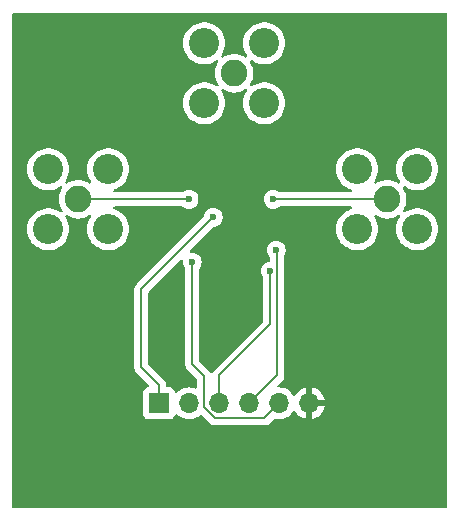
<source format=gbr>
%TF.GenerationSoftware,KiCad,Pcbnew,8.0.1*%
%TF.CreationDate,2024-03-25T18:19:42-05:00*%
%TF.ProjectId,TS3A5017-Mixer,54533341-3530-4313-972d-4d697865722e,rev?*%
%TF.SameCoordinates,Original*%
%TF.FileFunction,Copper,L2,Bot*%
%TF.FilePolarity,Positive*%
%FSLAX46Y46*%
G04 Gerber Fmt 4.6, Leading zero omitted, Abs format (unit mm)*
G04 Created by KiCad (PCBNEW 8.0.1) date 2024-03-25 18:19:42*
%MOMM*%
%LPD*%
G01*
G04 APERTURE LIST*
%TA.AperFunction,ComponentPad*%
%ADD10C,2.250000*%
%TD*%
%TA.AperFunction,ComponentPad*%
%ADD11C,2.550000*%
%TD*%
%TA.AperFunction,ComponentPad*%
%ADD12R,1.700000X1.700000*%
%TD*%
%TA.AperFunction,ComponentPad*%
%ADD13O,1.700000X1.700000*%
%TD*%
%TA.AperFunction,ViaPad*%
%ADD14C,0.600000*%
%TD*%
%TA.AperFunction,Conductor*%
%ADD15C,0.200000*%
%TD*%
G04 APERTURE END LIST*
D10*
%TO.P,J1,1,In*%
%TO.N,RF-In*%
X146558000Y-79248000D03*
D11*
%TO.P,J1,S1*%
%TO.N,N/C*%
X149098000Y-81788000D03*
%TO.P,J1,S2*%
X144018000Y-81788000D03*
%TO.P,J1,S3*%
X149098000Y-76708000D03*
%TO.P,J1,S4*%
X144018000Y-76708000D03*
%TD*%
D10*
%TO.P,J2,1,In*%
%TO.N,CLK0*%
X159512000Y-89916000D03*
D11*
%TO.P,J2,S1*%
%TO.N,N/C*%
X156972000Y-92456000D03*
%TO.P,J2,S2*%
X156972000Y-87376000D03*
%TO.P,J2,S3*%
X162052000Y-92456000D03*
%TO.P,J2,S4*%
X162052000Y-87376000D03*
%TD*%
D10*
%TO.P,J3,1,In*%
%TO.N,CLK1*%
X133350000Y-89916000D03*
D11*
%TO.P,J3,S1*%
%TO.N,N/C*%
X135890000Y-87376000D03*
%TO.P,J3,S2*%
X135890000Y-92456000D03*
%TO.P,J3,S3*%
X130810000Y-87376000D03*
%TO.P,J3,S4*%
X130810000Y-92456000D03*
%TD*%
D12*
%TO.P,J4,1,Pin_1*%
%TO.N,/3.3V*%
X140208000Y-107188000D03*
D13*
%TO.P,J4,2,Pin_2*%
%TO.N,Net-(J4-Pin_2)*%
X142748000Y-107188000D03*
%TO.P,J4,3,Pin_3*%
%TO.N,Net-(J4-Pin_3)*%
X145288000Y-107188000D03*
%TO.P,J4,4,Pin_4*%
%TO.N,Net-(J4-Pin_4)*%
X147828000Y-107188000D03*
%TO.P,J4,5,Pin_5*%
%TO.N,Net-(J4-Pin_5)*%
X150368000Y-107188000D03*
%TO.P,J4,6,Pin_6*%
%TO.N,GND*%
X152908000Y-107188000D03*
%TD*%
D14*
%TO.N,GND*%
X146812000Y-101346000D03*
X146812000Y-87884000D03*
%TO.N,/3.3V*%
X144780000Y-91440000D03*
%TO.N,Net-(J4-Pin_5)*%
X143002000Y-95250000D03*
%TO.N,Net-(J4-Pin_4)*%
X150114000Y-94234000D03*
%TO.N,Net-(J4-Pin_3)*%
X149606000Y-96012000D03*
%TO.N,GND*%
X152146000Y-102616000D03*
X144780000Y-102616000D03*
X141224000Y-102616000D03*
X148590000Y-91440000D03*
X147828000Y-84836000D03*
X143764000Y-89916000D03*
%TO.N,CLK1*%
X142748000Y-89916000D03*
%TO.N,CLK0*%
X149860000Y-89916000D03*
%TD*%
D15*
%TO.N,/3.3V*%
X144780000Y-91440000D02*
X138684000Y-97536000D01*
X138684000Y-97536000D02*
X138684000Y-104140000D01*
X138684000Y-104140000D02*
X140208000Y-105664000D01*
X140208000Y-105664000D02*
X140208000Y-107188000D01*
%TO.N,Net-(J4-Pin_5)*%
X150368000Y-107188000D02*
X149098000Y-108458000D01*
X144931654Y-108458000D02*
X144018000Y-107544346D01*
X149098000Y-108458000D02*
X144931654Y-108458000D01*
X144018000Y-107544346D02*
X144018000Y-104902000D01*
X143002000Y-103886000D02*
X143002000Y-95250000D01*
X144018000Y-104902000D02*
X143002000Y-103886000D01*
%TO.N,Net-(J4-Pin_4)*%
X147828000Y-107188000D02*
X150206000Y-104810000D01*
X150206000Y-94326000D02*
X150114000Y-94234000D01*
X150206000Y-104810000D02*
X150206000Y-94326000D01*
%TO.N,Net-(J4-Pin_3)*%
X145288000Y-107188000D02*
X145288000Y-104815471D01*
X145288000Y-104815471D02*
X149606000Y-100497471D01*
X149606000Y-100497471D02*
X149606000Y-96012000D01*
%TO.N,CLK1*%
X133350000Y-89916000D02*
X142748000Y-89916000D01*
%TO.N,CLK0*%
X149860000Y-89916000D02*
X159512000Y-89916000D01*
%TD*%
%TA.AperFunction,Conductor*%
%TO.N,GND*%
G36*
X142124768Y-95046980D02*
G01*
X142180701Y-95088852D01*
X142205118Y-95154316D01*
X142204654Y-95177045D01*
X142196435Y-95249995D01*
X142196435Y-95250003D01*
X142216630Y-95429249D01*
X142216631Y-95429254D01*
X142276211Y-95599523D01*
X142372185Y-95752263D01*
X142374445Y-95755097D01*
X142375334Y-95757275D01*
X142375889Y-95758158D01*
X142375734Y-95758255D01*
X142400855Y-95819783D01*
X142401500Y-95832412D01*
X142401500Y-103799330D01*
X142401499Y-103799348D01*
X142401499Y-103965054D01*
X142401498Y-103965054D01*
X142442423Y-104117785D01*
X142471358Y-104167900D01*
X142471359Y-104167904D01*
X142471360Y-104167904D01*
X142521479Y-104254714D01*
X142521481Y-104254717D01*
X142640349Y-104373585D01*
X142640355Y-104373590D01*
X143381181Y-105114416D01*
X143414666Y-105175739D01*
X143417500Y-105202097D01*
X143417500Y-105815439D01*
X143397815Y-105882478D01*
X143345011Y-105928233D01*
X143275853Y-105938177D01*
X143241097Y-105927822D01*
X143231790Y-105923482D01*
X143211663Y-105914097D01*
X143211659Y-105914096D01*
X143211655Y-105914094D01*
X142983413Y-105852938D01*
X142983403Y-105852936D01*
X142748001Y-105832341D01*
X142747999Y-105832341D01*
X142512596Y-105852936D01*
X142512586Y-105852938D01*
X142284344Y-105914094D01*
X142284335Y-105914098D01*
X142070171Y-106013964D01*
X142070169Y-106013965D01*
X141876600Y-106149503D01*
X141754673Y-106271430D01*
X141693350Y-106304914D01*
X141623658Y-106299930D01*
X141567725Y-106258058D01*
X141550810Y-106227081D01*
X141501797Y-106095671D01*
X141501793Y-106095664D01*
X141415547Y-105980455D01*
X141415544Y-105980452D01*
X141300335Y-105894206D01*
X141300328Y-105894202D01*
X141165482Y-105843908D01*
X141165483Y-105843908D01*
X141105883Y-105837501D01*
X141105881Y-105837500D01*
X141105873Y-105837500D01*
X141105865Y-105837500D01*
X140932500Y-105837500D01*
X140865461Y-105817815D01*
X140819706Y-105765011D01*
X140808500Y-105713500D01*
X140808500Y-105584945D01*
X140808500Y-105584943D01*
X140767577Y-105432216D01*
X140767573Y-105432209D01*
X140688524Y-105295290D01*
X140688521Y-105295286D01*
X140688520Y-105295284D01*
X140576716Y-105183480D01*
X140576715Y-105183479D01*
X140572385Y-105179149D01*
X140572374Y-105179139D01*
X139320819Y-103927584D01*
X139287334Y-103866261D01*
X139284500Y-103839903D01*
X139284500Y-97836096D01*
X139304185Y-97769057D01*
X139320814Y-97748420D01*
X141993754Y-95075480D01*
X142055076Y-95041996D01*
X142124768Y-95046980D01*
G37*
%TD.AperFunction*%
%TA.AperFunction,Conductor*%
G36*
X164542539Y-74180185D02*
G01*
X164588294Y-74232989D01*
X164599500Y-74284500D01*
X164599500Y-115961500D01*
X164579815Y-116028539D01*
X164527011Y-116074294D01*
X164475500Y-116085500D01*
X127878500Y-116085500D01*
X127811461Y-116065815D01*
X127765706Y-116013011D01*
X127754500Y-115961500D01*
X127754500Y-104219054D01*
X138083498Y-104219054D01*
X138083499Y-104219057D01*
X138123012Y-104366521D01*
X138124423Y-104371784D01*
X138124424Y-104371788D01*
X138153114Y-104421481D01*
X138153115Y-104421481D01*
X138203477Y-104508712D01*
X138203481Y-104508717D01*
X138322349Y-104627585D01*
X138322355Y-104627590D01*
X139327435Y-105632670D01*
X139360920Y-105693993D01*
X139355936Y-105763685D01*
X139314064Y-105819618D01*
X139257965Y-105841690D01*
X139258068Y-105842124D01*
X139255051Y-105842836D01*
X139253010Y-105843640D01*
X139250519Y-105843907D01*
X139115671Y-105894202D01*
X139115664Y-105894206D01*
X139000455Y-105980452D01*
X139000452Y-105980455D01*
X138914206Y-106095664D01*
X138914202Y-106095671D01*
X138863908Y-106230517D01*
X138857501Y-106290116D01*
X138857500Y-106290135D01*
X138857500Y-108085870D01*
X138857501Y-108085876D01*
X138863908Y-108145483D01*
X138914202Y-108280328D01*
X138914206Y-108280335D01*
X139000452Y-108395544D01*
X139000455Y-108395547D01*
X139115664Y-108481793D01*
X139115671Y-108481797D01*
X139250517Y-108532091D01*
X139250516Y-108532091D01*
X139257444Y-108532835D01*
X139310127Y-108538500D01*
X141105872Y-108538499D01*
X141165483Y-108532091D01*
X141300331Y-108481796D01*
X141415546Y-108395546D01*
X141501796Y-108280331D01*
X141550810Y-108148916D01*
X141592681Y-108092984D01*
X141658145Y-108068566D01*
X141726418Y-108083417D01*
X141754673Y-108104569D01*
X141876599Y-108226495D01*
X141973384Y-108294265D01*
X142070165Y-108362032D01*
X142070167Y-108362033D01*
X142070170Y-108362035D01*
X142284337Y-108461903D01*
X142512592Y-108523063D01*
X142689034Y-108538500D01*
X142747999Y-108543659D01*
X142748000Y-108543659D01*
X142748001Y-108543659D01*
X142806966Y-108538500D01*
X142983408Y-108523063D01*
X143211663Y-108461903D01*
X143425830Y-108362035D01*
X143619401Y-108226495D01*
X143647477Y-108198417D01*
X143708797Y-108164934D01*
X143778489Y-108169918D01*
X143822838Y-108198419D01*
X144446793Y-108822374D01*
X144446803Y-108822385D01*
X144451133Y-108826715D01*
X144451134Y-108826716D01*
X144562938Y-108938520D01*
X144649749Y-108988639D01*
X144649751Y-108988641D01*
X144687805Y-109010611D01*
X144699869Y-109017577D01*
X144852597Y-109058501D01*
X144852600Y-109058501D01*
X145018307Y-109058501D01*
X145018323Y-109058500D01*
X149011331Y-109058500D01*
X149011347Y-109058501D01*
X149018943Y-109058501D01*
X149177054Y-109058501D01*
X149177057Y-109058501D01*
X149329785Y-109017577D01*
X149379904Y-108988639D01*
X149466716Y-108938520D01*
X149578520Y-108826716D01*
X149578520Y-108826714D01*
X149588728Y-108816507D01*
X149588730Y-108816504D01*
X149884470Y-108520763D01*
X149945791Y-108487280D01*
X150004238Y-108488670D01*
X150132592Y-108523063D01*
X150309034Y-108538500D01*
X150367999Y-108543659D01*
X150368000Y-108543659D01*
X150368001Y-108543659D01*
X150426966Y-108538500D01*
X150603408Y-108523063D01*
X150831663Y-108461903D01*
X151045830Y-108362035D01*
X151239401Y-108226495D01*
X151406495Y-108059401D01*
X151536730Y-107873405D01*
X151591307Y-107829781D01*
X151660805Y-107822587D01*
X151723160Y-107854110D01*
X151739879Y-107873405D01*
X151869890Y-108059078D01*
X152036917Y-108226105D01*
X152230421Y-108361600D01*
X152444507Y-108461429D01*
X152444516Y-108461433D01*
X152658000Y-108518634D01*
X152658000Y-107621012D01*
X152715007Y-107653925D01*
X152842174Y-107688000D01*
X152973826Y-107688000D01*
X153100993Y-107653925D01*
X153158000Y-107621012D01*
X153158000Y-108518633D01*
X153371483Y-108461433D01*
X153371492Y-108461429D01*
X153585578Y-108361600D01*
X153779082Y-108226105D01*
X153946105Y-108059082D01*
X154081600Y-107865578D01*
X154181429Y-107651492D01*
X154181432Y-107651486D01*
X154238636Y-107438000D01*
X153341012Y-107438000D01*
X153373925Y-107380993D01*
X153408000Y-107253826D01*
X153408000Y-107122174D01*
X153373925Y-106995007D01*
X153341012Y-106938000D01*
X154238636Y-106938000D01*
X154238635Y-106937999D01*
X154181432Y-106724513D01*
X154181429Y-106724507D01*
X154081600Y-106510422D01*
X154081599Y-106510420D01*
X153946113Y-106316926D01*
X153946108Y-106316920D01*
X153779082Y-106149894D01*
X153585578Y-106014399D01*
X153371492Y-105914570D01*
X153371486Y-105914567D01*
X153158000Y-105857364D01*
X153158000Y-106754988D01*
X153100993Y-106722075D01*
X152973826Y-106688000D01*
X152842174Y-106688000D01*
X152715007Y-106722075D01*
X152658000Y-106754988D01*
X152658000Y-105857364D01*
X152657999Y-105857364D01*
X152444513Y-105914567D01*
X152444507Y-105914570D01*
X152230422Y-106014399D01*
X152230420Y-106014400D01*
X152036926Y-106149886D01*
X152036920Y-106149891D01*
X151869891Y-106316920D01*
X151869890Y-106316922D01*
X151739880Y-106502595D01*
X151685303Y-106546219D01*
X151615804Y-106553412D01*
X151553450Y-106521890D01*
X151536730Y-106502594D01*
X151406494Y-106316597D01*
X151239402Y-106149506D01*
X151239395Y-106149501D01*
X151045834Y-106013967D01*
X151045830Y-106013965D01*
X151037499Y-106010080D01*
X150831663Y-105914097D01*
X150831659Y-105914096D01*
X150831655Y-105914094D01*
X150603413Y-105852938D01*
X150603403Y-105852936D01*
X150368001Y-105832341D01*
X150367998Y-105832341D01*
X150340153Y-105834777D01*
X150271653Y-105821010D01*
X150221470Y-105772395D01*
X150205537Y-105704366D01*
X150228913Y-105638523D01*
X150241659Y-105623574D01*
X150574713Y-105290521D01*
X150574716Y-105290520D01*
X150686520Y-105178716D01*
X150736639Y-105091904D01*
X150765577Y-105041785D01*
X150806501Y-104889057D01*
X150806501Y-104730943D01*
X150806501Y-104723348D01*
X150806500Y-104723330D01*
X150806500Y-94672225D01*
X150825507Y-94606252D01*
X150839788Y-94583524D01*
X150839789Y-94583522D01*
X150899368Y-94413255D01*
X150916722Y-94259233D01*
X150919565Y-94234003D01*
X150919565Y-94233996D01*
X150899369Y-94054750D01*
X150899368Y-94054745D01*
X150839788Y-93884476D01*
X150743815Y-93731737D01*
X150616262Y-93604184D01*
X150463523Y-93508211D01*
X150293254Y-93448631D01*
X150293249Y-93448630D01*
X150114004Y-93428435D01*
X150113996Y-93428435D01*
X149934750Y-93448630D01*
X149934745Y-93448631D01*
X149764476Y-93508211D01*
X149611737Y-93604184D01*
X149484184Y-93731737D01*
X149388211Y-93884476D01*
X149328631Y-94054745D01*
X149328630Y-94054750D01*
X149308435Y-94233996D01*
X149308435Y-94234003D01*
X149328630Y-94413249D01*
X149328631Y-94413254D01*
X149388211Y-94583523D01*
X149484184Y-94736262D01*
X149569181Y-94821259D01*
X149602666Y-94882582D01*
X149605500Y-94908940D01*
X149605500Y-95095677D01*
X149585815Y-95162716D01*
X149533011Y-95208471D01*
X149495384Y-95218897D01*
X149426750Y-95226630D01*
X149256478Y-95286210D01*
X149103737Y-95382184D01*
X148976184Y-95509737D01*
X148880211Y-95662476D01*
X148820631Y-95832745D01*
X148820630Y-95832750D01*
X148800435Y-96011996D01*
X148800435Y-96012003D01*
X148820630Y-96191249D01*
X148820631Y-96191254D01*
X148880211Y-96361523D01*
X148976185Y-96514263D01*
X148978445Y-96517097D01*
X148979334Y-96519275D01*
X148979889Y-96520158D01*
X148979734Y-96520255D01*
X149004855Y-96581783D01*
X149005500Y-96594412D01*
X149005500Y-100197373D01*
X148985815Y-100264412D01*
X148969181Y-100285054D01*
X144807481Y-104446753D01*
X144807480Y-104446755D01*
X144771707Y-104508716D01*
X144758053Y-104532365D01*
X144735406Y-104571589D01*
X144684837Y-104619803D01*
X144616230Y-104633024D01*
X144551366Y-104607055D01*
X144520632Y-104571584D01*
X144498522Y-104533287D01*
X144498521Y-104533286D01*
X144498520Y-104533284D01*
X144386716Y-104421480D01*
X144386715Y-104421479D01*
X144382385Y-104417149D01*
X144382374Y-104417139D01*
X143638819Y-103673584D01*
X143605334Y-103612261D01*
X143602500Y-103585903D01*
X143602500Y-95832412D01*
X143622185Y-95765373D01*
X143629555Y-95755097D01*
X143631810Y-95752267D01*
X143631816Y-95752262D01*
X143727789Y-95599522D01*
X143787368Y-95429255D01*
X143807565Y-95250000D01*
X143807564Y-95249995D01*
X143787369Y-95070750D01*
X143787368Y-95070745D01*
X143727788Y-94900476D01*
X143631815Y-94747737D01*
X143504262Y-94620184D01*
X143351523Y-94524211D01*
X143181254Y-94464631D01*
X143181249Y-94464630D01*
X143002004Y-94444435D01*
X143001995Y-94444435D01*
X142929043Y-94452654D01*
X142860222Y-94440599D01*
X142808843Y-94393250D01*
X142791219Y-94325639D01*
X142812946Y-94259233D01*
X142827473Y-94241761D01*
X144798535Y-92270698D01*
X144859856Y-92237215D01*
X144872311Y-92235163D01*
X144959255Y-92225368D01*
X145129522Y-92165789D01*
X145282262Y-92069816D01*
X145409816Y-91942262D01*
X145505789Y-91789522D01*
X145565368Y-91619255D01*
X145573563Y-91546525D01*
X145585565Y-91440003D01*
X145585565Y-91439996D01*
X145565369Y-91260750D01*
X145565368Y-91260745D01*
X145505788Y-91090476D01*
X145409815Y-90937737D01*
X145282262Y-90810184D01*
X145129523Y-90714211D01*
X144959254Y-90654631D01*
X144959249Y-90654630D01*
X144780004Y-90634435D01*
X144779996Y-90634435D01*
X144600750Y-90654630D01*
X144600745Y-90654631D01*
X144430476Y-90714211D01*
X144277737Y-90810184D01*
X144150184Y-90937737D01*
X144054210Y-91090478D01*
X143994630Y-91260750D01*
X143984837Y-91347668D01*
X143957770Y-91412082D01*
X143949298Y-91421465D01*
X138315286Y-97055478D01*
X138203481Y-97167282D01*
X138203479Y-97167285D01*
X138153361Y-97254094D01*
X138153359Y-97254096D01*
X138124425Y-97304209D01*
X138124424Y-97304210D01*
X138124423Y-97304215D01*
X138083499Y-97456943D01*
X138083499Y-97456945D01*
X138083499Y-97625046D01*
X138083500Y-97625059D01*
X138083500Y-104053330D01*
X138083499Y-104053348D01*
X138083499Y-104219054D01*
X138083498Y-104219054D01*
X127754500Y-104219054D01*
X127754500Y-92456004D01*
X129029521Y-92456004D01*
X129049405Y-92721357D01*
X129049405Y-92721359D01*
X129049407Y-92721367D01*
X129108623Y-92980805D01*
X129205844Y-93228521D01*
X129338899Y-93458980D01*
X129378160Y-93508211D01*
X129504820Y-93667037D01*
X129574551Y-93731737D01*
X129699890Y-93848035D01*
X129919761Y-93997940D01*
X130159514Y-94113399D01*
X130159515Y-94113399D01*
X130159518Y-94113401D01*
X130413806Y-94191839D01*
X130413807Y-94191839D01*
X130413810Y-94191840D01*
X130676937Y-94231499D01*
X130676942Y-94231499D01*
X130676945Y-94231500D01*
X130676946Y-94231500D01*
X130943054Y-94231500D01*
X130943055Y-94231500D01*
X130943062Y-94231499D01*
X131206189Y-94191840D01*
X131206190Y-94191839D01*
X131206194Y-94191839D01*
X131460482Y-94113401D01*
X131700240Y-93997940D01*
X131920110Y-93848035D01*
X132115183Y-93667033D01*
X132281101Y-93458980D01*
X132414156Y-93228521D01*
X132511377Y-92980805D01*
X132570593Y-92721367D01*
X132590479Y-92456000D01*
X132570593Y-92190633D01*
X132511377Y-91931195D01*
X132414156Y-91683479D01*
X132281101Y-91453020D01*
X132275704Y-91446253D01*
X132249297Y-91381567D01*
X132262054Y-91312872D01*
X132309925Y-91261978D01*
X132377712Y-91245045D01*
X132437443Y-91263215D01*
X132609757Y-91368809D01*
X132609760Y-91368811D01*
X132813060Y-91453020D01*
X132846140Y-91466722D01*
X133094930Y-91526452D01*
X133350000Y-91546526D01*
X133605070Y-91526452D01*
X133853860Y-91466722D01*
X134037191Y-91390784D01*
X134090239Y-91368811D01*
X134090240Y-91368810D01*
X134090243Y-91368809D01*
X134262557Y-91263214D01*
X134330001Y-91244970D01*
X134396604Y-91266086D01*
X134441218Y-91319858D01*
X134449678Y-91389213D01*
X134424298Y-91446248D01*
X134418901Y-91453015D01*
X134418901Y-91453016D01*
X134285844Y-91683478D01*
X134188625Y-91931189D01*
X134188620Y-91931206D01*
X134129405Y-92190640D01*
X134129405Y-92190642D01*
X134109521Y-92455995D01*
X134109521Y-92456004D01*
X134129405Y-92721357D01*
X134129405Y-92721359D01*
X134129407Y-92721367D01*
X134188623Y-92980805D01*
X134285844Y-93228521D01*
X134418899Y-93458980D01*
X134458160Y-93508211D01*
X134584820Y-93667037D01*
X134654551Y-93731737D01*
X134779890Y-93848035D01*
X134999761Y-93997940D01*
X135239514Y-94113399D01*
X135239515Y-94113399D01*
X135239518Y-94113401D01*
X135493806Y-94191839D01*
X135493807Y-94191839D01*
X135493810Y-94191840D01*
X135756937Y-94231499D01*
X135756942Y-94231499D01*
X135756945Y-94231500D01*
X135756946Y-94231500D01*
X136023054Y-94231500D01*
X136023055Y-94231500D01*
X136023062Y-94231499D01*
X136286189Y-94191840D01*
X136286190Y-94191839D01*
X136286194Y-94191839D01*
X136540482Y-94113401D01*
X136780240Y-93997940D01*
X137000110Y-93848035D01*
X137195183Y-93667033D01*
X137361101Y-93458980D01*
X137494156Y-93228521D01*
X137591377Y-92980805D01*
X137650593Y-92721367D01*
X137670479Y-92456000D01*
X137650593Y-92190633D01*
X137591377Y-91931195D01*
X137494156Y-91683479D01*
X137361101Y-91453020D01*
X137195183Y-91244967D01*
X137195182Y-91244966D01*
X137195179Y-91244962D01*
X137000110Y-91063965D01*
X136917631Y-91007732D01*
X136780240Y-90914060D01*
X136780236Y-90914058D01*
X136780233Y-90914056D01*
X136780232Y-90914055D01*
X136540484Y-90798600D01*
X136540486Y-90798600D01*
X136481834Y-90780508D01*
X136412075Y-90758990D01*
X136353817Y-90720420D01*
X136325659Y-90656476D01*
X136336543Y-90587459D01*
X136383012Y-90535282D01*
X136448626Y-90516500D01*
X142165588Y-90516500D01*
X142232627Y-90536185D01*
X142242903Y-90543555D01*
X142245736Y-90545814D01*
X142245738Y-90545816D01*
X142398478Y-90641789D01*
X142509108Y-90680500D01*
X142568745Y-90701368D01*
X142568750Y-90701369D01*
X142747996Y-90721565D01*
X142748000Y-90721565D01*
X142748004Y-90721565D01*
X142927249Y-90701369D01*
X142927252Y-90701368D01*
X142927255Y-90701368D01*
X143097522Y-90641789D01*
X143250262Y-90545816D01*
X143377816Y-90418262D01*
X143473789Y-90265522D01*
X143533368Y-90095255D01*
X143553565Y-89916003D01*
X149054435Y-89916003D01*
X149074630Y-90095249D01*
X149074631Y-90095254D01*
X149134211Y-90265523D01*
X149230184Y-90418262D01*
X149357738Y-90545816D01*
X149510478Y-90641789D01*
X149621108Y-90680500D01*
X149680745Y-90701368D01*
X149680750Y-90701369D01*
X149859996Y-90721565D01*
X149860000Y-90721565D01*
X149860004Y-90721565D01*
X150039249Y-90701369D01*
X150039252Y-90701368D01*
X150039255Y-90701368D01*
X150209522Y-90641789D01*
X150362262Y-90545816D01*
X150362267Y-90545810D01*
X150365097Y-90543555D01*
X150367275Y-90542665D01*
X150368158Y-90542111D01*
X150368255Y-90542265D01*
X150429783Y-90517145D01*
X150442412Y-90516500D01*
X156413374Y-90516500D01*
X156480413Y-90536185D01*
X156526168Y-90588989D01*
X156536112Y-90658147D01*
X156507087Y-90721703D01*
X156449924Y-90758990D01*
X156380165Y-90780508D01*
X156321514Y-90798600D01*
X156081769Y-90914055D01*
X156081760Y-90914060D01*
X155861892Y-91063963D01*
X155666820Y-91244962D01*
X155500899Y-91453020D01*
X155367844Y-91683478D01*
X155270625Y-91931189D01*
X155270620Y-91931206D01*
X155211405Y-92190640D01*
X155211405Y-92190642D01*
X155191521Y-92455995D01*
X155191521Y-92456004D01*
X155211405Y-92721357D01*
X155211405Y-92721359D01*
X155211407Y-92721367D01*
X155270623Y-92980805D01*
X155367844Y-93228521D01*
X155500899Y-93458980D01*
X155540160Y-93508211D01*
X155666820Y-93667037D01*
X155736551Y-93731737D01*
X155861890Y-93848035D01*
X156081761Y-93997940D01*
X156321514Y-94113399D01*
X156321515Y-94113399D01*
X156321518Y-94113401D01*
X156575806Y-94191839D01*
X156575807Y-94191839D01*
X156575810Y-94191840D01*
X156838937Y-94231499D01*
X156838942Y-94231499D01*
X156838945Y-94231500D01*
X156838946Y-94231500D01*
X157105054Y-94231500D01*
X157105055Y-94231500D01*
X157105062Y-94231499D01*
X157368189Y-94191840D01*
X157368190Y-94191839D01*
X157368194Y-94191839D01*
X157622482Y-94113401D01*
X157862240Y-93997940D01*
X158082110Y-93848035D01*
X158277183Y-93667033D01*
X158443101Y-93458980D01*
X158576156Y-93228521D01*
X158673377Y-92980805D01*
X158732593Y-92721367D01*
X158752479Y-92456000D01*
X158732593Y-92190633D01*
X158673377Y-91931195D01*
X158576156Y-91683479D01*
X158443101Y-91453020D01*
X158437704Y-91446253D01*
X158411297Y-91381567D01*
X158424054Y-91312872D01*
X158471925Y-91261978D01*
X158539712Y-91245045D01*
X158599443Y-91263215D01*
X158771757Y-91368809D01*
X158771760Y-91368811D01*
X158975060Y-91453020D01*
X159008140Y-91466722D01*
X159256930Y-91526452D01*
X159512000Y-91546526D01*
X159767070Y-91526452D01*
X160015860Y-91466722D01*
X160199191Y-91390784D01*
X160252239Y-91368811D01*
X160252240Y-91368810D01*
X160252243Y-91368809D01*
X160424557Y-91263214D01*
X160492001Y-91244970D01*
X160558604Y-91266086D01*
X160603218Y-91319858D01*
X160611678Y-91389213D01*
X160586298Y-91446248D01*
X160580901Y-91453015D01*
X160580901Y-91453016D01*
X160447844Y-91683478D01*
X160350625Y-91931189D01*
X160350620Y-91931206D01*
X160291405Y-92190640D01*
X160291405Y-92190642D01*
X160271521Y-92455995D01*
X160271521Y-92456004D01*
X160291405Y-92721357D01*
X160291405Y-92721359D01*
X160291407Y-92721367D01*
X160350623Y-92980805D01*
X160447844Y-93228521D01*
X160580899Y-93458980D01*
X160620160Y-93508211D01*
X160746820Y-93667037D01*
X160816551Y-93731737D01*
X160941890Y-93848035D01*
X161161761Y-93997940D01*
X161401514Y-94113399D01*
X161401515Y-94113399D01*
X161401518Y-94113401D01*
X161655806Y-94191839D01*
X161655807Y-94191839D01*
X161655810Y-94191840D01*
X161918937Y-94231499D01*
X161918942Y-94231499D01*
X161918945Y-94231500D01*
X161918946Y-94231500D01*
X162185054Y-94231500D01*
X162185055Y-94231500D01*
X162185062Y-94231499D01*
X162448189Y-94191840D01*
X162448190Y-94191839D01*
X162448194Y-94191839D01*
X162702482Y-94113401D01*
X162942240Y-93997940D01*
X163162110Y-93848035D01*
X163357183Y-93667033D01*
X163523101Y-93458980D01*
X163656156Y-93228521D01*
X163753377Y-92980805D01*
X163812593Y-92721367D01*
X163832479Y-92456000D01*
X163812593Y-92190633D01*
X163753377Y-91931195D01*
X163656156Y-91683479D01*
X163523101Y-91453020D01*
X163357183Y-91244967D01*
X163357182Y-91244966D01*
X163357179Y-91244962D01*
X163162110Y-91063965D01*
X163079631Y-91007732D01*
X162942240Y-90914060D01*
X162942236Y-90914058D01*
X162942233Y-90914056D01*
X162942232Y-90914055D01*
X162702484Y-90798600D01*
X162702486Y-90798600D01*
X162448195Y-90720161D01*
X162448189Y-90720159D01*
X162185062Y-90680500D01*
X162185055Y-90680500D01*
X161918945Y-90680500D01*
X161918937Y-90680500D01*
X161655810Y-90720159D01*
X161655804Y-90720161D01*
X161401514Y-90798600D01*
X161161769Y-90914055D01*
X161161760Y-90914060D01*
X161029716Y-91004086D01*
X160963237Y-91025586D01*
X160895687Y-91007732D01*
X160848513Y-90956191D01*
X160836693Y-90887329D01*
X160854138Y-90836842D01*
X160924695Y-90721703D01*
X160964809Y-90656243D01*
X160965477Y-90654632D01*
X161062720Y-90419864D01*
X161062722Y-90419860D01*
X161122452Y-90171070D01*
X161142526Y-89916000D01*
X161122452Y-89660930D01*
X161062722Y-89412140D01*
X161062720Y-89412135D01*
X160964811Y-89175760D01*
X160964809Y-89175757D01*
X160854138Y-88995157D01*
X160835893Y-88927711D01*
X160857009Y-88861108D01*
X160910781Y-88816495D01*
X160980137Y-88808035D01*
X161029712Y-88827911D01*
X161161761Y-88917940D01*
X161161766Y-88917942D01*
X161161767Y-88917943D01*
X161161769Y-88917944D01*
X161212060Y-88942162D01*
X161401514Y-89033399D01*
X161401515Y-89033399D01*
X161401518Y-89033401D01*
X161655806Y-89111839D01*
X161655807Y-89111839D01*
X161655810Y-89111840D01*
X161918937Y-89151499D01*
X161918942Y-89151499D01*
X161918945Y-89151500D01*
X161918946Y-89151500D01*
X162185054Y-89151500D01*
X162185055Y-89151500D01*
X162185062Y-89151499D01*
X162448189Y-89111840D01*
X162448190Y-89111839D01*
X162448194Y-89111839D01*
X162702482Y-89033401D01*
X162942240Y-88917940D01*
X163162110Y-88768035D01*
X163357183Y-88587033D01*
X163523101Y-88378980D01*
X163656156Y-88148521D01*
X163753377Y-87900805D01*
X163812593Y-87641367D01*
X163832479Y-87376000D01*
X163812593Y-87110633D01*
X163753377Y-86851195D01*
X163656156Y-86603479D01*
X163523101Y-86373020D01*
X163357183Y-86164967D01*
X163357182Y-86164966D01*
X163357179Y-86164962D01*
X163162110Y-85983965D01*
X163162107Y-85983963D01*
X162942240Y-85834060D01*
X162942236Y-85834058D01*
X162942233Y-85834056D01*
X162942232Y-85834055D01*
X162702484Y-85718600D01*
X162702486Y-85718600D01*
X162448195Y-85640161D01*
X162448189Y-85640159D01*
X162185062Y-85600500D01*
X162185055Y-85600500D01*
X161918945Y-85600500D01*
X161918937Y-85600500D01*
X161655810Y-85640159D01*
X161655804Y-85640161D01*
X161401514Y-85718600D01*
X161161769Y-85834055D01*
X161161760Y-85834060D01*
X160941892Y-85983963D01*
X160746820Y-86164962D01*
X160580899Y-86373020D01*
X160447844Y-86603478D01*
X160350625Y-86851189D01*
X160350620Y-86851206D01*
X160291405Y-87110640D01*
X160291405Y-87110642D01*
X160271521Y-87375995D01*
X160271521Y-87376004D01*
X160291405Y-87641357D01*
X160291405Y-87641359D01*
X160291407Y-87641367D01*
X160350623Y-87900805D01*
X160447844Y-88148521D01*
X160580899Y-88378980D01*
X160580900Y-88378981D01*
X160586295Y-88385746D01*
X160612702Y-88450433D01*
X160599944Y-88519129D01*
X160552073Y-88570021D01*
X160484286Y-88586954D01*
X160424556Y-88568784D01*
X160252242Y-88463190D01*
X160252239Y-88463188D01*
X160015864Y-88365279D01*
X160015860Y-88365278D01*
X159767070Y-88305548D01*
X159767067Y-88305547D01*
X159767064Y-88305547D01*
X159512000Y-88285474D01*
X159256935Y-88305547D01*
X159256931Y-88305547D01*
X159256930Y-88305548D01*
X159132535Y-88335413D01*
X159008135Y-88365279D01*
X158771763Y-88463187D01*
X158599443Y-88568785D01*
X158531997Y-88587029D01*
X158465394Y-88565912D01*
X158420781Y-88512140D01*
X158412321Y-88442785D01*
X158437709Y-88385741D01*
X158443101Y-88378980D01*
X158576156Y-88148521D01*
X158673377Y-87900805D01*
X158732593Y-87641367D01*
X158752479Y-87376000D01*
X158732593Y-87110633D01*
X158673377Y-86851195D01*
X158576156Y-86603479D01*
X158443101Y-86373020D01*
X158277183Y-86164967D01*
X158277182Y-86164966D01*
X158277179Y-86164962D01*
X158082110Y-85983965D01*
X158082107Y-85983963D01*
X157862240Y-85834060D01*
X157862236Y-85834058D01*
X157862233Y-85834056D01*
X157862232Y-85834055D01*
X157622484Y-85718600D01*
X157622486Y-85718600D01*
X157368195Y-85640161D01*
X157368189Y-85640159D01*
X157105062Y-85600500D01*
X157105055Y-85600500D01*
X156838945Y-85600500D01*
X156838937Y-85600500D01*
X156575810Y-85640159D01*
X156575804Y-85640161D01*
X156321514Y-85718600D01*
X156081769Y-85834055D01*
X156081760Y-85834060D01*
X155861892Y-85983963D01*
X155666820Y-86164962D01*
X155500899Y-86373020D01*
X155367844Y-86603478D01*
X155270625Y-86851189D01*
X155270620Y-86851206D01*
X155211405Y-87110640D01*
X155211405Y-87110642D01*
X155191521Y-87375995D01*
X155191521Y-87376004D01*
X155211405Y-87641357D01*
X155211405Y-87641359D01*
X155211407Y-87641367D01*
X155270623Y-87900805D01*
X155367844Y-88148521D01*
X155500899Y-88378980D01*
X155612665Y-88519129D01*
X155666820Y-88587037D01*
X155781332Y-88693288D01*
X155861890Y-88768035D01*
X156081761Y-88917940D01*
X156081767Y-88917942D01*
X156081769Y-88917944D01*
X156132060Y-88942162D01*
X156321514Y-89033399D01*
X156321515Y-89033399D01*
X156321518Y-89033401D01*
X156449924Y-89073009D01*
X156508183Y-89111580D01*
X156536341Y-89175524D01*
X156525457Y-89244541D01*
X156478988Y-89296718D01*
X156413374Y-89315500D01*
X150442412Y-89315500D01*
X150375373Y-89295815D01*
X150365097Y-89288445D01*
X150362263Y-89286185D01*
X150362262Y-89286184D01*
X150287091Y-89238951D01*
X150209523Y-89190211D01*
X150039254Y-89130631D01*
X150039249Y-89130630D01*
X149860004Y-89110435D01*
X149859996Y-89110435D01*
X149680750Y-89130630D01*
X149680745Y-89130631D01*
X149510476Y-89190211D01*
X149357737Y-89286184D01*
X149230184Y-89413737D01*
X149134211Y-89566476D01*
X149074631Y-89736745D01*
X149074630Y-89736750D01*
X149054435Y-89915996D01*
X149054435Y-89916003D01*
X143553565Y-89916003D01*
X143553565Y-89916000D01*
X143533368Y-89736745D01*
X143473789Y-89566478D01*
X143377816Y-89413738D01*
X143250262Y-89286184D01*
X143181553Y-89243011D01*
X143097523Y-89190211D01*
X142927254Y-89130631D01*
X142927249Y-89130630D01*
X142748004Y-89110435D01*
X142747996Y-89110435D01*
X142568750Y-89130630D01*
X142568745Y-89130631D01*
X142398476Y-89190211D01*
X142245736Y-89286185D01*
X142242903Y-89288445D01*
X142240724Y-89289334D01*
X142239842Y-89289889D01*
X142239744Y-89289734D01*
X142178217Y-89314855D01*
X142165588Y-89315500D01*
X136448626Y-89315500D01*
X136381587Y-89295815D01*
X136335832Y-89243011D01*
X136325888Y-89173853D01*
X136354913Y-89110297D01*
X136412075Y-89073009D01*
X136540482Y-89033401D01*
X136780240Y-88917940D01*
X137000110Y-88768035D01*
X137195183Y-88587033D01*
X137361101Y-88378980D01*
X137494156Y-88148521D01*
X137591377Y-87900805D01*
X137650593Y-87641367D01*
X137670479Y-87376000D01*
X137650593Y-87110633D01*
X137591377Y-86851195D01*
X137494156Y-86603479D01*
X137361101Y-86373020D01*
X137195183Y-86164967D01*
X137195182Y-86164966D01*
X137195179Y-86164962D01*
X137000110Y-85983965D01*
X137000107Y-85983963D01*
X136780240Y-85834060D01*
X136780236Y-85834058D01*
X136780233Y-85834056D01*
X136780232Y-85834055D01*
X136540484Y-85718600D01*
X136540486Y-85718600D01*
X136286195Y-85640161D01*
X136286189Y-85640159D01*
X136023062Y-85600500D01*
X136023055Y-85600500D01*
X135756945Y-85600500D01*
X135756937Y-85600500D01*
X135493810Y-85640159D01*
X135493804Y-85640161D01*
X135239514Y-85718600D01*
X134999769Y-85834055D01*
X134999760Y-85834060D01*
X134779892Y-85983963D01*
X134584820Y-86164962D01*
X134418899Y-86373020D01*
X134285844Y-86603478D01*
X134188625Y-86851189D01*
X134188620Y-86851206D01*
X134129405Y-87110640D01*
X134129405Y-87110642D01*
X134109521Y-87375995D01*
X134109521Y-87376004D01*
X134129405Y-87641357D01*
X134129405Y-87641359D01*
X134129407Y-87641367D01*
X134188623Y-87900805D01*
X134285844Y-88148521D01*
X134418899Y-88378980D01*
X134418900Y-88378981D01*
X134424295Y-88385746D01*
X134450702Y-88450433D01*
X134437944Y-88519129D01*
X134390073Y-88570021D01*
X134322286Y-88586954D01*
X134262556Y-88568784D01*
X134090242Y-88463190D01*
X134090239Y-88463188D01*
X133853864Y-88365279D01*
X133853860Y-88365278D01*
X133605070Y-88305548D01*
X133605067Y-88305547D01*
X133605064Y-88305547D01*
X133350000Y-88285474D01*
X133094935Y-88305547D01*
X133094931Y-88305547D01*
X133094930Y-88305548D01*
X132970535Y-88335413D01*
X132846135Y-88365279D01*
X132609763Y-88463187D01*
X132437443Y-88568785D01*
X132369997Y-88587029D01*
X132303394Y-88565912D01*
X132258781Y-88512140D01*
X132250321Y-88442785D01*
X132275709Y-88385741D01*
X132281101Y-88378980D01*
X132414156Y-88148521D01*
X132511377Y-87900805D01*
X132570593Y-87641367D01*
X132590479Y-87376000D01*
X132570593Y-87110633D01*
X132511377Y-86851195D01*
X132414156Y-86603479D01*
X132281101Y-86373020D01*
X132115183Y-86164967D01*
X132115182Y-86164966D01*
X132115179Y-86164962D01*
X131920110Y-85983965D01*
X131920107Y-85983963D01*
X131700240Y-85834060D01*
X131700236Y-85834058D01*
X131700233Y-85834056D01*
X131700232Y-85834055D01*
X131460484Y-85718600D01*
X131460486Y-85718600D01*
X131206195Y-85640161D01*
X131206189Y-85640159D01*
X130943062Y-85600500D01*
X130943055Y-85600500D01*
X130676945Y-85600500D01*
X130676937Y-85600500D01*
X130413810Y-85640159D01*
X130413804Y-85640161D01*
X130159514Y-85718600D01*
X129919769Y-85834055D01*
X129919760Y-85834060D01*
X129699892Y-85983963D01*
X129504820Y-86164962D01*
X129338899Y-86373020D01*
X129205844Y-86603478D01*
X129108625Y-86851189D01*
X129108620Y-86851206D01*
X129049405Y-87110640D01*
X129049405Y-87110642D01*
X129029521Y-87375995D01*
X129029521Y-87376004D01*
X129049405Y-87641357D01*
X129049405Y-87641359D01*
X129049407Y-87641367D01*
X129108623Y-87900805D01*
X129205844Y-88148521D01*
X129338899Y-88378980D01*
X129450665Y-88519129D01*
X129504820Y-88587037D01*
X129619332Y-88693288D01*
X129699890Y-88768035D01*
X129919761Y-88917940D01*
X129919767Y-88917942D01*
X129919769Y-88917944D01*
X129970060Y-88942162D01*
X130159514Y-89033399D01*
X130159515Y-89033399D01*
X130159518Y-89033401D01*
X130413806Y-89111839D01*
X130413807Y-89111839D01*
X130413810Y-89111840D01*
X130676937Y-89151499D01*
X130676942Y-89151499D01*
X130676945Y-89151500D01*
X130676946Y-89151500D01*
X130943054Y-89151500D01*
X130943055Y-89151500D01*
X130943062Y-89151499D01*
X131206189Y-89111840D01*
X131206190Y-89111839D01*
X131206194Y-89111839D01*
X131460482Y-89033401D01*
X131700240Y-88917940D01*
X131832282Y-88827914D01*
X131898761Y-88806414D01*
X131966311Y-88824268D01*
X132013486Y-88875808D01*
X132025306Y-88944670D01*
X132007862Y-88995157D01*
X131897188Y-89175760D01*
X131799279Y-89412135D01*
X131739547Y-89660935D01*
X131719474Y-89916000D01*
X131739547Y-90171064D01*
X131739547Y-90171067D01*
X131739548Y-90171070D01*
X131798894Y-90418262D01*
X131799279Y-90419864D01*
X131897188Y-90656239D01*
X131897190Y-90656242D01*
X132007861Y-90836841D01*
X132026106Y-90904287D01*
X132004990Y-90970889D01*
X131951218Y-91015503D01*
X131881862Y-91023963D01*
X131832283Y-91004085D01*
X131700240Y-90914060D01*
X131700232Y-90914055D01*
X131460484Y-90798600D01*
X131460486Y-90798600D01*
X131206195Y-90720161D01*
X131206189Y-90720159D01*
X130943062Y-90680500D01*
X130943055Y-90680500D01*
X130676945Y-90680500D01*
X130676937Y-90680500D01*
X130413810Y-90720159D01*
X130413804Y-90720161D01*
X130159514Y-90798600D01*
X129919769Y-90914055D01*
X129919760Y-90914060D01*
X129699892Y-91063963D01*
X129504820Y-91244962D01*
X129338899Y-91453020D01*
X129205844Y-91683478D01*
X129108625Y-91931189D01*
X129108620Y-91931206D01*
X129049405Y-92190640D01*
X129049405Y-92190642D01*
X129029521Y-92455995D01*
X129029521Y-92456004D01*
X127754500Y-92456004D01*
X127754500Y-81788004D01*
X142237521Y-81788004D01*
X142257405Y-82053357D01*
X142257405Y-82053359D01*
X142257407Y-82053367D01*
X142316623Y-82312805D01*
X142413844Y-82560521D01*
X142546899Y-82790980D01*
X142680906Y-82959018D01*
X142712820Y-82999037D01*
X142827332Y-83105288D01*
X142907890Y-83180035D01*
X143127761Y-83329940D01*
X143367514Y-83445399D01*
X143367515Y-83445399D01*
X143367518Y-83445401D01*
X143621806Y-83523839D01*
X143621807Y-83523839D01*
X143621810Y-83523840D01*
X143884937Y-83563499D01*
X143884942Y-83563499D01*
X143884945Y-83563500D01*
X143884946Y-83563500D01*
X144151054Y-83563500D01*
X144151055Y-83563500D01*
X144151062Y-83563499D01*
X144414189Y-83523840D01*
X144414190Y-83523839D01*
X144414194Y-83523839D01*
X144668482Y-83445401D01*
X144908240Y-83329940D01*
X145128110Y-83180035D01*
X145323183Y-82999033D01*
X145489101Y-82790980D01*
X145622156Y-82560521D01*
X145719377Y-82312805D01*
X145778593Y-82053367D01*
X145798479Y-81788000D01*
X145778593Y-81522633D01*
X145719377Y-81263195D01*
X145622156Y-81015479D01*
X145489101Y-80785020D01*
X145483704Y-80778253D01*
X145457297Y-80713567D01*
X145470054Y-80644872D01*
X145517925Y-80593978D01*
X145585712Y-80577045D01*
X145645443Y-80595215D01*
X145817757Y-80700809D01*
X145817760Y-80700811D01*
X146021060Y-80785020D01*
X146054140Y-80798722D01*
X146302930Y-80858452D01*
X146558000Y-80878526D01*
X146813070Y-80858452D01*
X147061860Y-80798722D01*
X147180051Y-80749765D01*
X147298239Y-80700811D01*
X147298240Y-80700810D01*
X147298243Y-80700809D01*
X147470557Y-80595214D01*
X147538001Y-80576970D01*
X147604604Y-80598086D01*
X147649218Y-80651858D01*
X147657678Y-80721213D01*
X147632298Y-80778248D01*
X147626901Y-80785015D01*
X147626901Y-80785016D01*
X147493844Y-81015478D01*
X147396625Y-81263189D01*
X147396620Y-81263206D01*
X147337405Y-81522640D01*
X147337405Y-81522642D01*
X147317521Y-81787995D01*
X147317521Y-81788004D01*
X147337405Y-82053357D01*
X147337405Y-82053359D01*
X147337407Y-82053367D01*
X147396623Y-82312805D01*
X147493844Y-82560521D01*
X147626899Y-82790980D01*
X147760906Y-82959018D01*
X147792820Y-82999037D01*
X147907332Y-83105288D01*
X147987890Y-83180035D01*
X148207761Y-83329940D01*
X148447514Y-83445399D01*
X148447515Y-83445399D01*
X148447518Y-83445401D01*
X148701806Y-83523839D01*
X148701807Y-83523839D01*
X148701810Y-83523840D01*
X148964937Y-83563499D01*
X148964942Y-83563499D01*
X148964945Y-83563500D01*
X148964946Y-83563500D01*
X149231054Y-83563500D01*
X149231055Y-83563500D01*
X149231062Y-83563499D01*
X149494189Y-83523840D01*
X149494190Y-83523839D01*
X149494194Y-83523839D01*
X149748482Y-83445401D01*
X149988240Y-83329940D01*
X150208110Y-83180035D01*
X150403183Y-82999033D01*
X150569101Y-82790980D01*
X150702156Y-82560521D01*
X150799377Y-82312805D01*
X150858593Y-82053367D01*
X150878479Y-81788000D01*
X150858593Y-81522633D01*
X150799377Y-81263195D01*
X150702156Y-81015479D01*
X150569101Y-80785020D01*
X150403183Y-80576967D01*
X150403182Y-80576966D01*
X150403179Y-80576962D01*
X150208110Y-80395965D01*
X150125631Y-80339732D01*
X149988240Y-80246060D01*
X149988236Y-80246058D01*
X149988233Y-80246056D01*
X149988232Y-80246055D01*
X149748484Y-80130600D01*
X149748486Y-80130600D01*
X149494195Y-80052161D01*
X149494189Y-80052159D01*
X149231062Y-80012500D01*
X149231055Y-80012500D01*
X148964945Y-80012500D01*
X148964937Y-80012500D01*
X148701810Y-80052159D01*
X148701804Y-80052161D01*
X148447514Y-80130600D01*
X148207769Y-80246055D01*
X148207760Y-80246060D01*
X148075716Y-80336086D01*
X148009237Y-80357586D01*
X147941687Y-80339732D01*
X147894513Y-80288191D01*
X147882693Y-80219329D01*
X147900138Y-80168842D01*
X147995944Y-80012500D01*
X148010809Y-79988243D01*
X148108722Y-79751860D01*
X148168452Y-79503070D01*
X148188526Y-79248000D01*
X148168452Y-78992930D01*
X148108722Y-78744140D01*
X148108720Y-78744135D01*
X148010811Y-78507760D01*
X148010809Y-78507757D01*
X147900138Y-78327157D01*
X147881893Y-78259711D01*
X147903009Y-78193108D01*
X147956781Y-78148495D01*
X148026137Y-78140035D01*
X148075712Y-78159911D01*
X148207761Y-78249940D01*
X148207766Y-78249942D01*
X148207767Y-78249943D01*
X148207769Y-78249944D01*
X148258060Y-78274162D01*
X148447514Y-78365399D01*
X148447515Y-78365399D01*
X148447518Y-78365401D01*
X148701806Y-78443839D01*
X148701807Y-78443839D01*
X148701810Y-78443840D01*
X148964937Y-78483499D01*
X148964942Y-78483499D01*
X148964945Y-78483500D01*
X148964946Y-78483500D01*
X149231054Y-78483500D01*
X149231055Y-78483500D01*
X149231062Y-78483499D01*
X149494189Y-78443840D01*
X149494190Y-78443839D01*
X149494194Y-78443839D01*
X149748482Y-78365401D01*
X149988240Y-78249940D01*
X150208110Y-78100035D01*
X150403183Y-77919033D01*
X150569101Y-77710980D01*
X150702156Y-77480521D01*
X150799377Y-77232805D01*
X150858593Y-76973367D01*
X150878479Y-76708000D01*
X150858593Y-76442633D01*
X150799377Y-76183195D01*
X150702156Y-75935479D01*
X150569101Y-75705020D01*
X150403183Y-75496967D01*
X150403182Y-75496966D01*
X150403179Y-75496962D01*
X150208110Y-75315965D01*
X150208107Y-75315963D01*
X149988240Y-75166060D01*
X149988236Y-75166058D01*
X149988233Y-75166056D01*
X149988232Y-75166055D01*
X149748484Y-75050600D01*
X149748486Y-75050600D01*
X149494195Y-74972161D01*
X149494189Y-74972159D01*
X149231062Y-74932500D01*
X149231055Y-74932500D01*
X148964945Y-74932500D01*
X148964937Y-74932500D01*
X148701810Y-74972159D01*
X148701804Y-74972161D01*
X148447514Y-75050600D01*
X148207769Y-75166055D01*
X148207760Y-75166060D01*
X147987892Y-75315963D01*
X147792820Y-75496962D01*
X147626899Y-75705020D01*
X147493844Y-75935478D01*
X147396625Y-76183189D01*
X147396620Y-76183206D01*
X147337405Y-76442640D01*
X147337405Y-76442642D01*
X147317521Y-76707995D01*
X147317521Y-76708004D01*
X147337405Y-76973357D01*
X147337405Y-76973359D01*
X147337407Y-76973367D01*
X147396623Y-77232805D01*
X147493844Y-77480521D01*
X147626899Y-77710980D01*
X147626900Y-77710981D01*
X147632295Y-77717746D01*
X147658702Y-77782433D01*
X147645944Y-77851129D01*
X147598073Y-77902021D01*
X147530286Y-77918954D01*
X147470556Y-77900784D01*
X147298242Y-77795190D01*
X147298239Y-77795188D01*
X147061864Y-77697279D01*
X147061860Y-77697278D01*
X146813070Y-77637548D01*
X146813067Y-77637547D01*
X146813064Y-77637547D01*
X146558000Y-77617474D01*
X146302935Y-77637547D01*
X146302931Y-77637547D01*
X146302930Y-77637548D01*
X146178535Y-77667413D01*
X146054135Y-77697279D01*
X145817763Y-77795187D01*
X145645443Y-77900785D01*
X145577997Y-77919029D01*
X145511394Y-77897912D01*
X145466781Y-77844140D01*
X145458321Y-77774785D01*
X145483709Y-77717741D01*
X145489101Y-77710980D01*
X145622156Y-77480521D01*
X145719377Y-77232805D01*
X145778593Y-76973367D01*
X145798479Y-76708000D01*
X145778593Y-76442633D01*
X145719377Y-76183195D01*
X145622156Y-75935479D01*
X145489101Y-75705020D01*
X145323183Y-75496967D01*
X145323182Y-75496966D01*
X145323179Y-75496962D01*
X145128110Y-75315965D01*
X145128107Y-75315963D01*
X144908240Y-75166060D01*
X144908236Y-75166058D01*
X144908233Y-75166056D01*
X144908232Y-75166055D01*
X144668484Y-75050600D01*
X144668486Y-75050600D01*
X144414195Y-74972161D01*
X144414189Y-74972159D01*
X144151062Y-74932500D01*
X144151055Y-74932500D01*
X143884945Y-74932500D01*
X143884937Y-74932500D01*
X143621810Y-74972159D01*
X143621804Y-74972161D01*
X143367514Y-75050600D01*
X143127769Y-75166055D01*
X143127760Y-75166060D01*
X142907892Y-75315963D01*
X142712820Y-75496962D01*
X142546899Y-75705020D01*
X142413844Y-75935478D01*
X142316625Y-76183189D01*
X142316620Y-76183206D01*
X142257405Y-76442640D01*
X142257405Y-76442642D01*
X142237521Y-76707995D01*
X142237521Y-76708004D01*
X142257405Y-76973357D01*
X142257405Y-76973359D01*
X142257407Y-76973367D01*
X142316623Y-77232805D01*
X142413844Y-77480521D01*
X142546899Y-77710980D01*
X142658665Y-77851129D01*
X142712820Y-77919037D01*
X142827332Y-78025288D01*
X142907890Y-78100035D01*
X143127761Y-78249940D01*
X143127767Y-78249942D01*
X143127769Y-78249944D01*
X143178060Y-78274162D01*
X143367514Y-78365399D01*
X143367515Y-78365399D01*
X143367518Y-78365401D01*
X143621806Y-78443839D01*
X143621807Y-78443839D01*
X143621810Y-78443840D01*
X143884937Y-78483499D01*
X143884942Y-78483499D01*
X143884945Y-78483500D01*
X143884946Y-78483500D01*
X144151054Y-78483500D01*
X144151055Y-78483500D01*
X144151062Y-78483499D01*
X144414189Y-78443840D01*
X144414190Y-78443839D01*
X144414194Y-78443839D01*
X144668482Y-78365401D01*
X144908240Y-78249940D01*
X145040282Y-78159914D01*
X145106761Y-78138414D01*
X145174311Y-78156268D01*
X145221486Y-78207808D01*
X145233306Y-78276670D01*
X145215862Y-78327157D01*
X145105188Y-78507760D01*
X145007279Y-78744135D01*
X144947547Y-78992935D01*
X144927474Y-79248000D01*
X144947547Y-79503064D01*
X145007279Y-79751864D01*
X145105188Y-79988239D01*
X145105190Y-79988242D01*
X145215861Y-80168841D01*
X145234106Y-80236287D01*
X145212990Y-80302889D01*
X145159218Y-80347503D01*
X145089862Y-80355963D01*
X145040283Y-80336085D01*
X144908240Y-80246060D01*
X144908232Y-80246055D01*
X144668484Y-80130600D01*
X144668486Y-80130600D01*
X144414195Y-80052161D01*
X144414189Y-80052159D01*
X144151062Y-80012500D01*
X144151055Y-80012500D01*
X143884945Y-80012500D01*
X143884937Y-80012500D01*
X143621810Y-80052159D01*
X143621804Y-80052161D01*
X143367514Y-80130600D01*
X143127769Y-80246055D01*
X143127760Y-80246060D01*
X142907892Y-80395963D01*
X142712820Y-80576962D01*
X142546899Y-80785020D01*
X142413844Y-81015478D01*
X142316625Y-81263189D01*
X142316620Y-81263206D01*
X142257405Y-81522640D01*
X142257405Y-81522642D01*
X142237521Y-81787995D01*
X142237521Y-81788004D01*
X127754500Y-81788004D01*
X127754500Y-74284500D01*
X127774185Y-74217461D01*
X127826989Y-74171706D01*
X127878500Y-74160500D01*
X164475500Y-74160500D01*
X164542539Y-74180185D01*
G37*
%TD.AperFunction*%
%TD*%
M02*

</source>
